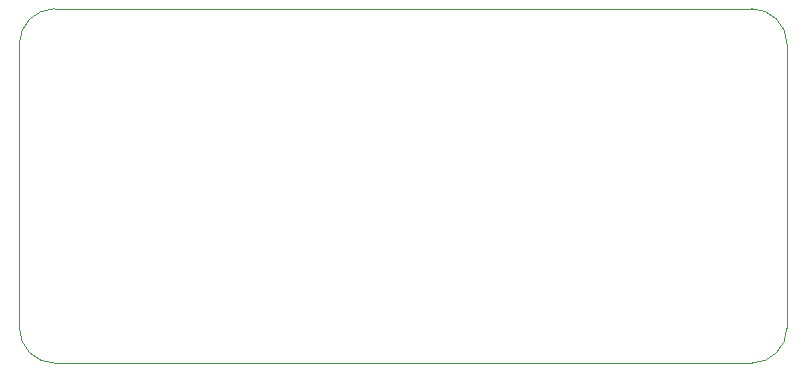
<source format=gm1>
G04 #@! TF.FileFunction,Profile,NP*
%FSLAX46Y46*%
G04 Gerber Fmt 4.6, Leading zero omitted, Abs format (unit mm)*
G04 Created by KiCad (PCBNEW 4.0.0-stable) date Saturday, April 30, 2016 'AMt' 05:13:45 AM*
%MOMM*%
G01*
G04 APERTURE LIST*
%ADD10C,0.100000*%
%ADD11C,0.010000*%
G04 APERTURE END LIST*
D10*
D11*
X65000000Y27000000D02*
G75*
G03X62000000Y30000000I-3000000J0D01*
G01*
X62000000Y0D02*
G75*
G03X65000000Y3000000I0J3000000D01*
G01*
X3000000Y30000000D02*
G75*
G03X0Y27000000I0J-3000000D01*
G01*
X0Y3000000D02*
G75*
G03X3000000Y0I3000000J0D01*
G01*
X62000000Y0D02*
X3000000Y0D01*
X65000000Y27000000D02*
X65000000Y3000000D01*
X3000000Y30000000D02*
X62000000Y30000000D01*
X0Y3000000D02*
X0Y27000000D01*
M02*

</source>
